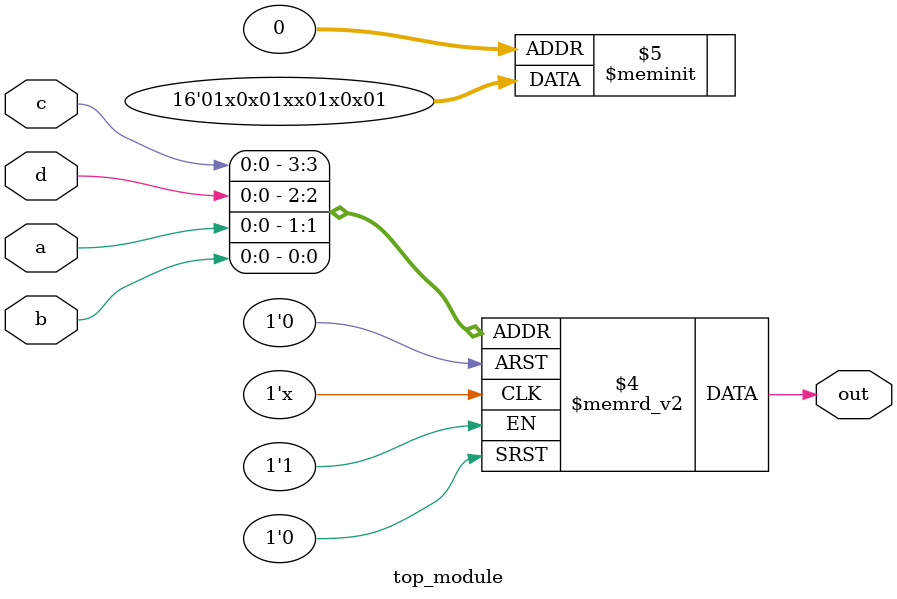
<source format=sv>
module top_module (
    input a,
    input b,
    input c,
    input d,
    output reg out
);

always @(*) begin
    case ({c, d, a, b})
        4'b0000, 4'b0101, 4'b1001, 4'b1110: out = 1'b1;
        4'b0001, 4'b0011, 4'b0110, 4'b1010, 4'b1100, 4'b1111: out = 1'b0;
        default: out = 1'bx;
    endcase
end

endmodule

</source>
